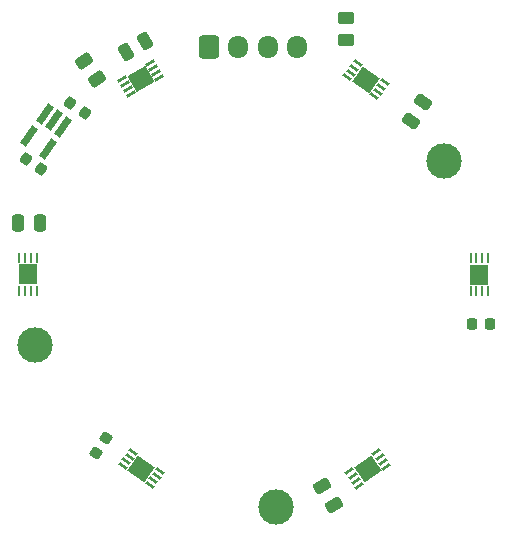
<source format=gbr>
%TF.GenerationSoftware,KiCad,Pcbnew,7.0.10*%
%TF.CreationDate,2024-04-03T19:42:33-07:00*%
%TF.ProjectId,Thermistor Ring,54686572-6d69-4737-946f-722052696e67,rev?*%
%TF.SameCoordinates,Original*%
%TF.FileFunction,Soldermask,Top*%
%TF.FilePolarity,Negative*%
%FSLAX46Y46*%
G04 Gerber Fmt 4.6, Leading zero omitted, Abs format (unit mm)*
G04 Created by KiCad (PCBNEW 7.0.10) date 2024-04-03 19:42:33*
%MOMM*%
%LPD*%
G01*
G04 APERTURE LIST*
G04 Aperture macros list*
%AMRoundRect*
0 Rectangle with rounded corners*
0 $1 Rounding radius*
0 $2 $3 $4 $5 $6 $7 $8 $9 X,Y pos of 4 corners*
0 Add a 4 corners polygon primitive as box body*
4,1,4,$2,$3,$4,$5,$6,$7,$8,$9,$2,$3,0*
0 Add four circle primitives for the rounded corners*
1,1,$1+$1,$2,$3*
1,1,$1+$1,$4,$5*
1,1,$1+$1,$6,$7*
1,1,$1+$1,$8,$9*
0 Add four rect primitives between the rounded corners*
20,1,$1+$1,$2,$3,$4,$5,0*
20,1,$1+$1,$4,$5,$6,$7,0*
20,1,$1+$1,$6,$7,$8,$9,0*
20,1,$1+$1,$8,$9,$2,$3,0*%
%AMRotRect*
0 Rectangle, with rotation*
0 The origin of the aperture is its center*
0 $1 length*
0 $2 width*
0 $3 Rotation angle, in degrees counterclockwise*
0 Add horizontal line*
21,1,$1,$2,0,0,$3*%
G04 Aperture macros list end*
%ADD10C,3.000000*%
%ADD11RotRect,0.812800X0.254000X145.000000*%
%ADD12RotRect,1.752600X1.549400X145.000000*%
%ADD13RoundRect,0.250000X0.536362X0.020994X0.286362X0.454006X-0.536362X-0.020994X-0.286362X-0.454006X0*%
%ADD14RoundRect,0.225000X0.327703X0.075733X-0.040915X0.333843X-0.327703X-0.075733X0.040915X-0.333843X0*%
%ADD15RoundRect,0.250000X-0.020994X0.536362X-0.454006X0.286362X0.020994X-0.536362X0.454006X-0.286362X0*%
%ADD16RoundRect,0.250000X-0.250000X-0.475000X0.250000X-0.475000X0.250000X0.475000X-0.250000X0.475000X0*%
%ADD17RotRect,0.812800X0.254000X325.000000*%
%ADD18RotRect,1.752600X1.549400X325.000000*%
%ADD19RoundRect,0.225000X0.225000X0.250000X-0.225000X0.250000X-0.225000X-0.250000X0.225000X-0.250000X0*%
%ADD20RoundRect,0.225000X0.075733X-0.327703X0.333843X0.040915X-0.075733X0.327703X-0.333843X-0.040915X0*%
%ADD21RotRect,0.812800X0.254000X30.000000*%
%ADD22RotRect,1.752600X1.549400X30.000000*%
%ADD23R,0.254000X0.812800*%
%ADD24R,1.549400X1.752600*%
%ADD25RotRect,1.805236X0.612132X235.000000*%
%ADD26RoundRect,0.250000X-0.519182X-0.043082X-0.218055X-0.473137X0.519182X0.043082X0.218055X0.473137X0*%
%ADD27RoundRect,0.250000X-0.450000X0.262500X-0.450000X-0.262500X0.450000X-0.262500X0.450000X0.262500X0*%
%ADD28RoundRect,0.250000X-0.245703X0.477237X-0.532491X0.067661X0.245703X-0.477237X0.532491X-0.067661X0*%
%ADD29RotRect,0.812800X0.254000X215.000000*%
%ADD30RotRect,1.752600X1.549400X215.000000*%
%ADD31RoundRect,0.250000X-0.600000X-0.725000X0.600000X-0.725000X0.600000X0.725000X-0.600000X0.725000X0*%
%ADD32O,1.700000X1.950000*%
G04 APERTURE END LIST*
D10*
%TO.C,REF\u002A\u002A*%
X91827286Y-45869988D03*
%TD*%
%TO.C,REF\u002A\u002A*%
X57187287Y-61459990D03*
%TD*%
%TO.C,REF\u002A\u002A*%
X77607284Y-75229990D03*
%TD*%
D11*
%TO.C,U6*%
X66933995Y-73350047D03*
X67220783Y-72940470D03*
X67507572Y-72530894D03*
X67794360Y-72121317D03*
X65505649Y-70518745D03*
X65218861Y-70928322D03*
X64932072Y-71337898D03*
X64645284Y-71747475D03*
D12*
X66219822Y-71934396D03*
%TD*%
D13*
%TO.C,C1*%
X82493625Y-75047416D03*
X81543625Y-73401968D03*
%TD*%
D14*
%TO.C,C8*%
X57693843Y-46595218D03*
X56424157Y-45706174D03*
%TD*%
D15*
%TO.C,C3*%
X66531918Y-35744011D03*
X64886470Y-36694011D03*
%TD*%
D16*
%TO.C,C2*%
X55775888Y-51154126D03*
X57675888Y-51154126D03*
%TD*%
D17*
%TO.C,U7*%
X84530259Y-37593613D03*
X84243471Y-38003190D03*
X83956682Y-38412766D03*
X83669894Y-38822343D03*
X85958605Y-40424915D03*
X86245393Y-40015338D03*
X86532182Y-39605762D03*
X86818970Y-39196185D03*
D18*
X85244432Y-39009264D03*
%TD*%
D19*
%TO.C,C6*%
X95754382Y-59733876D03*
X94204382Y-59733876D03*
%TD*%
D20*
%TO.C,C5*%
X62348561Y-70616139D03*
X63237605Y-69346453D03*
%TD*%
D14*
%TO.C,C7*%
X61444308Y-41839739D03*
X60174622Y-40950695D03*
%TD*%
D21*
%TO.C,U2*%
X64574149Y-38961565D03*
X64824150Y-39394579D03*
X65074150Y-39827591D03*
X65324150Y-40260605D03*
X67743825Y-38863605D03*
X67493824Y-38430591D03*
X67243824Y-37997579D03*
X66993824Y-37564565D03*
D22*
X66158987Y-38912585D03*
%TD*%
D23*
%TO.C,U5*%
X95595638Y-54125003D03*
X95095637Y-54125003D03*
X94595637Y-54125003D03*
X94095636Y-54125003D03*
X94095636Y-56919003D03*
X94595637Y-56919003D03*
X95095637Y-56919003D03*
X95595638Y-56919003D03*
D24*
X94845637Y-55522003D03*
%TD*%
D25*
%TO.C,U1*%
X59596844Y-43005281D03*
X58818649Y-42460382D03*
X58040454Y-41915484D03*
X56720674Y-43800325D03*
X58277064Y-44890122D03*
%TD*%
D26*
%TO.C,R3*%
X61394067Y-37462664D03*
X62440843Y-38957616D03*
%TD*%
D27*
%TO.C,R2*%
X83526182Y-33823138D03*
X83526182Y-35648138D03*
%TD*%
D28*
%TO.C,C4*%
X90098361Y-40941477D03*
X89008565Y-42497865D03*
%TD*%
D23*
%TO.C,U3*%
X55868635Y-56872221D03*
X56368636Y-56872221D03*
X56868636Y-56872221D03*
X57368637Y-56872221D03*
X57368637Y-54078221D03*
X56868636Y-54078221D03*
X56368636Y-54078221D03*
X55868635Y-54078221D03*
D24*
X56618636Y-55475221D03*
%TD*%
D29*
%TO.C,U4*%
X86971365Y-71786303D03*
X86684577Y-71376726D03*
X86397788Y-70967150D03*
X86111000Y-70557573D03*
X83822289Y-72160145D03*
X84109077Y-72569722D03*
X84395866Y-72979298D03*
X84682654Y-73388875D03*
D30*
X85396827Y-71973224D03*
%TD*%
D31*
%TO.C,J1*%
X71936524Y-36217686D03*
D32*
X74436524Y-36217686D03*
X76936524Y-36217686D03*
X79436524Y-36217686D03*
%TD*%
M02*

</source>
